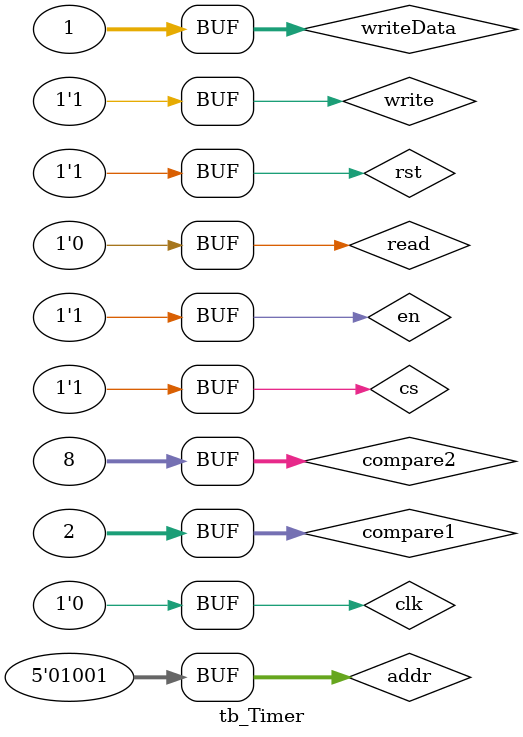
<source format=sv>

`timescale 1 ns / 1 ps

module tb_Timer ();

    // Signals definition
    logic clk, rst, en, cs, write, read;
    logic[4:0] addr;
    logic[1:0] pwm1out, pwm2out;
    logic[31:0] writeData, readData, compare1, compare2;

    Timer /*#(
        .PRESCALER_DEFAULT_VALUE(1)
    )*/ dut (
        .clk(clk), 
        .chipSelect(cs), 
        .write(write), 
        .read(read), 
        .rst(rst), 
        .en(en),
        .addr(addr),
        .writeData(writeData), 
        .bypass1(compare1),
        .bypass2(compare2),
        .pwm1out(pwm1out),
        .pwm2out(pwm2out),
        .readData(readData)
    );

    // Generate clock
    always begin
        clk = 1; #5;
        clk = 0; #5;
    end

    // Initialization
    initial begin
        en = 0;
        rst = 0;
        cs = 0;
        write = 0;
        read = 0;
        addr = 0;
        compare1 = 2;
        compare2 = 8;
        writeData = 0;
        #7;
        en = 1;
        rst = 1;
        cs = 1;
        write = 1;
        writeData = 10;
        addr = 1;
        #10;
        addr = 2; 
        writeData = 1;
        #200;
        writeData = 0;
        #10; 
        writeData = 0;
        addr = 0;
        #10;
        addr = 4;
        writeData = 4;
        #10;
        addr = 2;
        writeData = 1;
        #520;
        addr = 2;
        writeData = 0;
        #10;
        addr = 4;
        writeData = 0;
        #10;
        addr = 0;
        writeData = 0;
        #10;
        addr = 8;
        writeData = 32'b0111;
        #10;
        addr = 6;
        writeData = 5;
        #10;
        addr = 7;
        #10;
        addr = 2;
        writeData = 1;
        #100;
        writeData = 1;
        addr = 5;
        #10;
        addr = 9;
        writeData = 1; 
    end
endmodule
</source>
